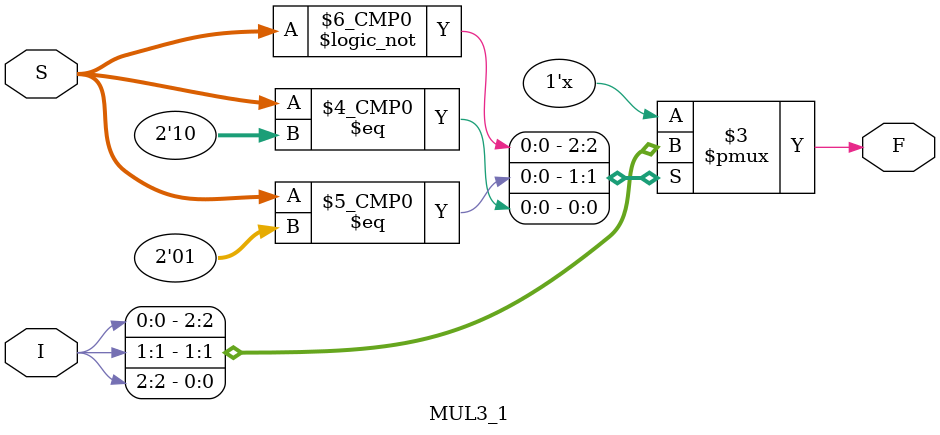
<source format=v>
module MUL3_1(
    input [2:0]I,
    input [1:0]S,
    output reg F
);
    always  @(I or S)
        case (S)
            2'b00   :F=I[0];
            2'b01   :F=I[1];
            2'b10   :F=I[2];
        endcase
endmodule
</source>
